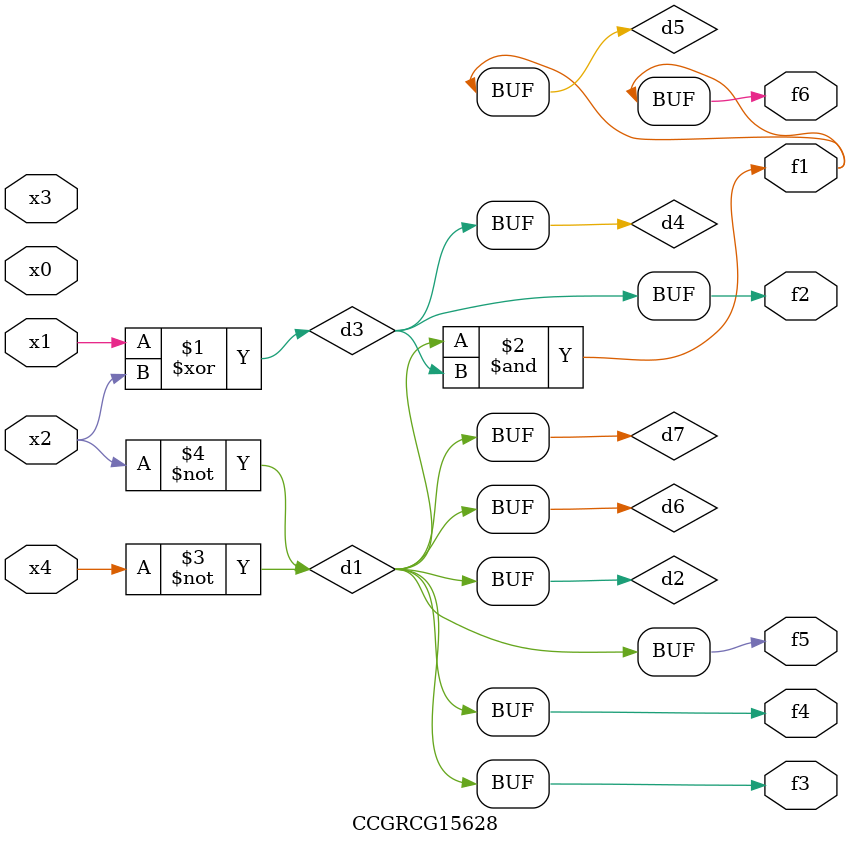
<source format=v>
module CCGRCG15628(
	input x0, x1, x2, x3, x4,
	output f1, f2, f3, f4, f5, f6
);

	wire d1, d2, d3, d4, d5, d6, d7;

	not (d1, x4);
	not (d2, x2);
	xor (d3, x1, x2);
	buf (d4, d3);
	and (d5, d1, d3);
	buf (d6, d1, d2);
	buf (d7, d2);
	assign f1 = d5;
	assign f2 = d4;
	assign f3 = d7;
	assign f4 = d7;
	assign f5 = d7;
	assign f6 = d5;
endmodule

</source>
